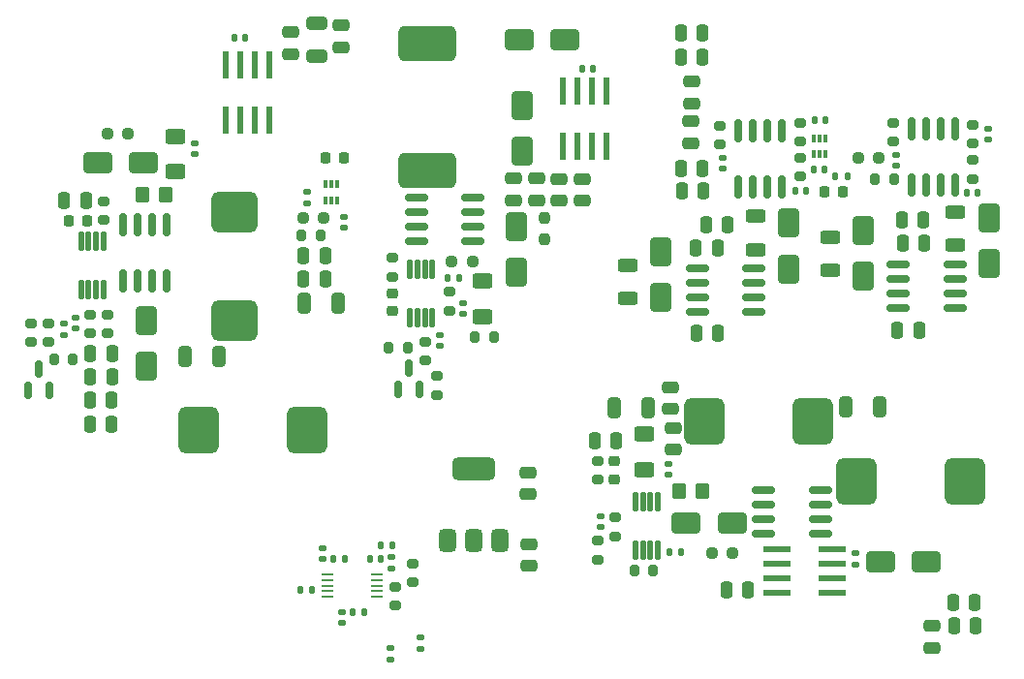
<source format=gtp>
G04 #@! TF.GenerationSoftware,KiCad,Pcbnew,9.0.3-9.0.3-0~ubuntu24.04.1*
G04 #@! TF.CreationDate,2025-08-16T17:29:32+02:00*
G04 #@! TF.ProjectId,acoustic-piezodriver-board,61636f75-7374-4696-932d-7069657a6f64,rev?*
G04 #@! TF.SameCoordinates,Original*
G04 #@! TF.FileFunction,Paste,Top*
G04 #@! TF.FilePolarity,Positive*
%FSLAX46Y46*%
G04 Gerber Fmt 4.6, Leading zero omitted, Abs format (unit mm)*
G04 Created by KiCad (PCBNEW 9.0.3-9.0.3-0~ubuntu24.04.1) date 2025-08-16 17:29:32*
%MOMM*%
%LPD*%
G01*
G04 APERTURE LIST*
G04 Aperture macros list*
%AMRoundRect*
0 Rectangle with rounded corners*
0 $1 Rounding radius*
0 $2 $3 $4 $5 $6 $7 $8 $9 X,Y pos of 4 corners*
0 Add a 4 corners polygon primitive as box body*
4,1,4,$2,$3,$4,$5,$6,$7,$8,$9,$2,$3,0*
0 Add four circle primitives for the rounded corners*
1,1,$1+$1,$2,$3*
1,1,$1+$1,$4,$5*
1,1,$1+$1,$6,$7*
1,1,$1+$1,$8,$9*
0 Add four rect primitives between the rounded corners*
20,1,$1+$1,$2,$3,$4,$5,0*
20,1,$1+$1,$4,$5,$6,$7,0*
20,1,$1+$1,$6,$7,$8,$9,0*
20,1,$1+$1,$8,$9,$2,$3,0*%
G04 Aperture macros list end*
%ADD10RoundRect,0.200000X0.275000X-0.200000X0.275000X0.200000X-0.275000X0.200000X-0.275000X-0.200000X0*%
%ADD11RoundRect,0.250000X0.475000X-0.250000X0.475000X0.250000X-0.475000X0.250000X-0.475000X-0.250000X0*%
%ADD12RoundRect,0.225000X0.225000X0.250000X-0.225000X0.250000X-0.225000X-0.250000X0.225000X-0.250000X0*%
%ADD13RoundRect,0.140000X-0.170000X0.140000X-0.170000X-0.140000X0.170000X-0.140000X0.170000X0.140000X0*%
%ADD14RoundRect,0.237500X-0.250000X-0.237500X0.250000X-0.237500X0.250000X0.237500X-0.250000X0.237500X0*%
%ADD15RoundRect,0.140000X0.170000X-0.140000X0.170000X0.140000X-0.170000X0.140000X-0.170000X-0.140000X0*%
%ADD16RoundRect,0.135000X-0.185000X0.135000X-0.185000X-0.135000X0.185000X-0.135000X0.185000X0.135000X0*%
%ADD17RoundRect,0.125000X-0.125000X0.687500X-0.125000X-0.687500X0.125000X-0.687500X0.125000X0.687500X0*%
%ADD18RoundRect,0.250000X0.650000X-1.000000X0.650000X1.000000X-0.650000X1.000000X-0.650000X-1.000000X0*%
%ADD19RoundRect,0.237500X0.250000X0.237500X-0.250000X0.237500X-0.250000X-0.237500X0.250000X-0.237500X0*%
%ADD20RoundRect,0.140000X-0.140000X-0.170000X0.140000X-0.170000X0.140000X0.170000X-0.140000X0.170000X0*%
%ADD21RoundRect,0.250000X0.250000X0.475000X-0.250000X0.475000X-0.250000X-0.475000X0.250000X-0.475000X0*%
%ADD22RoundRect,0.135000X0.135000X0.185000X-0.135000X0.185000X-0.135000X-0.185000X0.135000X-0.185000X0*%
%ADD23RoundRect,0.200000X-0.275000X0.200000X-0.275000X-0.200000X0.275000X-0.200000X0.275000X0.200000X0*%
%ADD24RoundRect,0.218750X-0.218750X-0.256250X0.218750X-0.256250X0.218750X0.256250X-0.218750X0.256250X0*%
%ADD25RoundRect,0.150000X0.150000X-0.825000X0.150000X0.825000X-0.150000X0.825000X-0.150000X-0.825000X0*%
%ADD26RoundRect,0.250000X-0.250000X-0.475000X0.250000X-0.475000X0.250000X0.475000X-0.250000X0.475000X0*%
%ADD27RoundRect,0.250000X-1.000000X-0.650000X1.000000X-0.650000X1.000000X0.650000X-1.000000X0.650000X0*%
%ADD28R,1.100000X0.250000*%
%ADD29RoundRect,0.140000X0.140000X0.170000X-0.140000X0.170000X-0.140000X-0.170000X0.140000X-0.170000X0*%
%ADD30RoundRect,0.250000X0.625000X-0.400000X0.625000X0.400000X-0.625000X0.400000X-0.625000X-0.400000X0*%
%ADD31RoundRect,0.525000X-1.475000X1.225000X-1.475000X-1.225000X1.475000X-1.225000X1.475000X1.225000X0*%
%ADD32R,2.469157X0.622132*%
%ADD33RoundRect,0.087500X-0.087500X0.250000X-0.087500X-0.250000X0.087500X-0.250000X0.087500X0.250000X0*%
%ADD34RoundRect,0.250000X0.325000X0.650000X-0.325000X0.650000X-0.325000X-0.650000X0.325000X-0.650000X0*%
%ADD35RoundRect,0.250000X-0.475000X0.250000X-0.475000X-0.250000X0.475000X-0.250000X0.475000X0.250000X0*%
%ADD36RoundRect,0.525000X-1.225000X-1.475000X1.225000X-1.475000X1.225000X1.475000X-1.225000X1.475000X0*%
%ADD37RoundRect,0.237500X0.237500X-0.250000X0.237500X0.250000X-0.237500X0.250000X-0.237500X-0.250000X0*%
%ADD38RoundRect,0.200000X0.200000X0.275000X-0.200000X0.275000X-0.200000X-0.275000X0.200000X-0.275000X0*%
%ADD39RoundRect,0.250000X1.000000X0.650000X-1.000000X0.650000X-1.000000X-0.650000X1.000000X-0.650000X0*%
%ADD40RoundRect,0.150000X-0.150000X0.825000X-0.150000X-0.825000X0.150000X-0.825000X0.150000X0.825000X0*%
%ADD41RoundRect,0.250000X-0.325000X-0.650000X0.325000X-0.650000X0.325000X0.650000X-0.325000X0.650000X0*%
%ADD42RoundRect,0.150000X0.825000X0.150000X-0.825000X0.150000X-0.825000X-0.150000X0.825000X-0.150000X0*%
%ADD43RoundRect,0.465000X-2.035000X1.085000X-2.035000X-1.085000X2.035000X-1.085000X2.035000X1.085000X0*%
%ADD44RoundRect,0.250000X-0.350000X-0.450000X0.350000X-0.450000X0.350000X0.450000X-0.350000X0.450000X0*%
%ADD45RoundRect,0.250000X0.625000X-0.312500X0.625000X0.312500X-0.625000X0.312500X-0.625000X-0.312500X0*%
%ADD46R,0.622132X2.469157*%
%ADD47RoundRect,0.150000X-0.825000X-0.150000X0.825000X-0.150000X0.825000X0.150000X-0.825000X0.150000X0*%
%ADD48RoundRect,0.375000X0.375000X-0.625000X0.375000X0.625000X-0.375000X0.625000X-0.375000X-0.625000X0*%
%ADD49RoundRect,0.500000X1.400000X-0.500000X1.400000X0.500000X-1.400000X0.500000X-1.400000X-0.500000X0*%
%ADD50RoundRect,0.150000X0.150000X-0.587500X0.150000X0.587500X-0.150000X0.587500X-0.150000X-0.587500X0*%
%ADD51RoundRect,0.250000X-0.625000X0.312500X-0.625000X-0.312500X0.625000X-0.312500X0.625000X0.312500X0*%
%ADD52RoundRect,0.200000X-0.200000X-0.275000X0.200000X-0.275000X0.200000X0.275000X-0.200000X0.275000X0*%
%ADD53RoundRect,0.250000X0.650000X-0.325000X0.650000X0.325000X-0.650000X0.325000X-0.650000X-0.325000X0*%
%ADD54RoundRect,0.250000X-0.625000X0.400000X-0.625000X-0.400000X0.625000X-0.400000X0.625000X0.400000X0*%
%ADD55RoundRect,0.218750X0.218750X0.256250X-0.218750X0.256250X-0.218750X-0.256250X0.218750X-0.256250X0*%
%ADD56RoundRect,0.225000X-0.250000X0.225000X-0.250000X-0.225000X0.250000X-0.225000X0.250000X0.225000X0*%
%ADD57RoundRect,0.225000X0.250000X-0.225000X0.250000X0.225000X-0.250000X0.225000X-0.250000X-0.225000X0*%
G04 APERTURE END LIST*
D10*
X96830000Y-128075000D03*
X96830000Y-126425000D03*
D11*
X103425000Y-93725000D03*
X103425000Y-91825000D03*
D12*
X50625000Y-100475000D03*
X49075000Y-100475000D03*
D13*
X117815000Y-129575000D03*
X117815000Y-130535000D03*
D14*
X82517500Y-104070000D03*
X84342500Y-104070000D03*
D15*
X71276500Y-130095000D03*
X71276500Y-129135000D03*
D16*
X77140000Y-137850000D03*
X77140000Y-138870000D03*
D10*
X81225000Y-115725000D03*
X81225000Y-114075000D03*
D17*
X80825000Y-104712500D03*
X80175000Y-104712500D03*
X79525000Y-104712500D03*
X78875000Y-104712500D03*
X78875000Y-108937500D03*
X79525000Y-108937500D03*
X80175000Y-108937500D03*
X80825000Y-108937500D03*
D18*
X111975000Y-104700000D03*
X111975000Y-100700000D03*
D19*
X119877500Y-95045000D03*
X118052500Y-95045000D03*
D15*
X106225000Y-95970000D03*
X106225000Y-95010000D03*
D20*
X93940000Y-87200000D03*
X94900000Y-87200000D03*
D16*
X77276500Y-129905000D03*
X77276500Y-130925000D03*
D21*
X105810000Y-110300000D03*
X103910000Y-110300000D03*
D14*
X69512500Y-100250000D03*
X71337500Y-100250000D03*
D22*
X77336500Y-128865000D03*
X76316500Y-128865000D03*
D23*
X52125000Y-98800000D03*
X52125000Y-100450000D03*
D11*
X101660000Y-116950000D03*
X101660000Y-115050000D03*
D18*
X55800000Y-113200000D03*
X55800000Y-109200000D03*
D23*
X112995000Y-91925000D03*
X112995000Y-93575000D03*
D20*
X101580000Y-129430000D03*
X102540000Y-129430000D03*
D23*
X79101500Y-130465000D03*
X79101500Y-132115000D03*
D24*
X115112500Y-98000000D03*
X116687500Y-98000000D03*
D25*
X122710000Y-97375000D03*
X123980000Y-97375000D03*
X125250000Y-97375000D03*
X126520000Y-97375000D03*
X126520000Y-92425000D03*
X125250000Y-92425000D03*
X123980000Y-92425000D03*
X122710000Y-92425000D03*
D26*
X121850000Y-100440000D03*
X123750000Y-100440000D03*
D27*
X51600000Y-95387500D03*
X55600000Y-95387500D03*
D28*
X76001500Y-133390000D03*
X76001500Y-132890000D03*
X76001500Y-132390000D03*
X76001500Y-131890000D03*
X76001500Y-131390000D03*
X71701500Y-131390000D03*
X71701500Y-131890000D03*
X71701500Y-132390000D03*
X71701500Y-132890000D03*
X71701500Y-133390000D03*
D29*
X113480000Y-97900000D03*
X112520000Y-97900000D03*
D10*
X80200000Y-112700000D03*
X80200000Y-111050000D03*
D26*
X126400000Y-135910000D03*
X128300000Y-135910000D03*
D30*
X99360000Y-122270000D03*
X99360000Y-119170000D03*
D17*
X52075000Y-102312500D03*
X51425000Y-102312500D03*
X50775000Y-102312500D03*
X50125000Y-102312500D03*
X50125000Y-106537500D03*
X50775000Y-106537500D03*
X51425000Y-106537500D03*
X52075000Y-106537500D03*
D31*
X63555000Y-99720000D03*
X63555000Y-109220000D03*
D32*
X110986401Y-129225000D03*
X110986401Y-130495000D03*
X110986401Y-131765000D03*
X110986401Y-133035000D03*
X115813599Y-133035000D03*
X115813599Y-131765000D03*
X115813599Y-130495000D03*
X115813599Y-129225000D03*
D21*
X104450000Y-84100000D03*
X102550000Y-84100000D03*
D29*
X83140000Y-105500000D03*
X82180000Y-105500000D03*
D33*
X72520000Y-97297500D03*
X72020000Y-97297500D03*
X71520000Y-97297500D03*
X71520000Y-98722500D03*
X72020000Y-98722500D03*
X72520000Y-98722500D03*
D14*
X52400000Y-92862500D03*
X54225000Y-92862500D03*
D22*
X74840000Y-134730000D03*
X73820000Y-134730000D03*
D13*
X72920000Y-134670000D03*
X72920000Y-135630000D03*
D15*
X60100000Y-94655000D03*
X60100000Y-93695000D03*
D34*
X99705000Y-116870000D03*
X96755000Y-116870000D03*
D29*
X115170000Y-91700000D03*
X114210000Y-91700000D03*
D26*
X103840000Y-102840000D03*
X105740000Y-102840000D03*
D34*
X62200000Y-112350000D03*
X59250000Y-112350000D03*
D15*
X83540000Y-108650000D03*
X83540000Y-107690000D03*
D35*
X103492948Y-88342676D03*
X103492948Y-90242676D03*
D13*
X129385000Y-92470000D03*
X129385000Y-93430000D03*
D36*
X104605000Y-118045000D03*
X114105000Y-118045000D03*
D37*
X90665000Y-102097500D03*
X90665000Y-100272500D03*
D26*
X69555000Y-103555000D03*
X71455000Y-103555000D03*
D38*
X49400000Y-112650000D03*
X47750000Y-112650000D03*
D13*
X73110000Y-100150000D03*
X73110000Y-101110000D03*
D27*
X120000000Y-130300000D03*
X124000000Y-130300000D03*
D16*
X79820000Y-136950000D03*
X79820000Y-137970000D03*
D36*
X60400000Y-118825000D03*
X69900000Y-118825000D03*
D10*
X77330000Y-105415000D03*
X77330000Y-103765000D03*
D22*
X73211500Y-130040000D03*
X72191500Y-130040000D03*
D39*
X92400000Y-84700000D03*
X88400000Y-84700000D03*
D35*
X101870000Y-118620000D03*
X101870000Y-120520000D03*
D10*
X121100000Y-93575000D03*
X121100000Y-91925000D03*
D11*
X72850000Y-85325000D03*
X72850000Y-83425000D03*
D29*
X128500000Y-98050000D03*
X127540000Y-98050000D03*
D26*
X69555000Y-105555000D03*
X71455000Y-105555000D03*
D11*
X68450000Y-85925000D03*
X68450000Y-84025000D03*
D26*
X121940000Y-102420000D03*
X123840000Y-102420000D03*
D40*
X57605000Y-100825000D03*
X56335000Y-100825000D03*
X55065000Y-100825000D03*
X53795000Y-100825000D03*
X53795000Y-105775000D03*
X55065000Y-105775000D03*
X56335000Y-105775000D03*
X57605000Y-105775000D03*
D16*
X69850000Y-97965000D03*
X69850000Y-98985000D03*
D23*
X47275000Y-109475000D03*
X47275000Y-111125000D03*
D21*
X52775000Y-118275000D03*
X50875000Y-118275000D03*
D23*
X95246244Y-121495208D03*
X95246244Y-123145208D03*
D10*
X128070000Y-96825000D03*
X128070000Y-95175000D03*
D18*
X129525000Y-104250000D03*
X129525000Y-100250000D03*
D13*
X81450000Y-110470000D03*
X81450000Y-111430000D03*
D38*
X121175000Y-96875000D03*
X119525000Y-96875000D03*
D15*
X101465000Y-122700000D03*
X101465000Y-121740000D03*
D21*
X108410000Y-132800000D03*
X106510000Y-132800000D03*
D14*
X105255000Y-129520000D03*
X107080000Y-129520000D03*
D15*
X121375000Y-95675000D03*
X121375000Y-94715000D03*
D41*
X116940000Y-116775000D03*
X119890000Y-116775000D03*
D42*
X84375000Y-102305000D03*
X84375000Y-101035000D03*
X84375000Y-99765000D03*
X84375000Y-98495000D03*
X79425000Y-98495000D03*
X79425000Y-99765000D03*
X79425000Y-101035000D03*
X79425000Y-102305000D03*
D35*
X87900000Y-96800000D03*
X87900000Y-98700000D03*
D22*
X117085000Y-96625000D03*
X116065000Y-96625000D03*
D30*
X58375000Y-96200000D03*
X58375000Y-93100000D03*
D10*
X52450000Y-110350000D03*
X52450000Y-108700000D03*
D13*
X48600000Y-109520000D03*
X48600000Y-110480000D03*
D43*
X80410000Y-85035000D03*
X80410000Y-96135000D03*
D44*
X55500000Y-98225000D03*
X57500000Y-98225000D03*
D45*
X126500000Y-102637500D03*
X126500000Y-99712500D03*
D27*
X103010000Y-126910000D03*
X107010000Y-126910000D03*
D21*
X123360000Y-110050000D03*
X121460000Y-110050000D03*
D46*
X62735000Y-91682198D03*
X64005000Y-91682198D03*
X65275000Y-91682198D03*
X66545000Y-91682198D03*
X66545000Y-86855000D03*
X65275000Y-86855000D03*
X64005000Y-86855000D03*
X62735000Y-86855000D03*
D20*
X63545000Y-84500000D03*
X64505000Y-84500000D03*
D10*
X105915000Y-93820000D03*
X105915000Y-92170000D03*
D47*
X121550000Y-104300000D03*
X121550000Y-105570000D03*
X121550000Y-106840000D03*
X121550000Y-108110000D03*
X126500000Y-108110000D03*
X126500000Y-106840000D03*
X126500000Y-105570000D03*
X126500000Y-104300000D03*
D35*
X89290000Y-128780000D03*
X89290000Y-130680000D03*
D18*
X88700000Y-94400000D03*
X88700000Y-90400000D03*
D48*
X82166250Y-128460000D03*
X84466250Y-128460000D03*
D49*
X84466250Y-122160000D03*
D48*
X86766250Y-128460000D03*
D23*
X77596500Y-132495000D03*
X77596500Y-134145000D03*
D10*
X82340000Y-108355000D03*
X82340000Y-106705000D03*
D50*
X45475000Y-115325000D03*
X47375000Y-115325000D03*
X46425000Y-113450000D03*
D51*
X97875000Y-104375000D03*
X97875000Y-107300000D03*
X109075000Y-100087500D03*
X109075000Y-103012500D03*
D26*
X95026244Y-119712708D03*
X96926244Y-119712708D03*
D10*
X112965000Y-96635000D03*
X112965000Y-94985000D03*
D21*
X104450000Y-95900000D03*
X102550000Y-95900000D03*
D44*
X102400000Y-124160000D03*
X104400000Y-124160000D03*
D29*
X70276500Y-132765000D03*
X69316500Y-132765000D03*
D38*
X71050000Y-101750000D03*
X69400000Y-101750000D03*
D21*
X104450000Y-86200000D03*
X102550000Y-86200000D03*
D17*
X100545000Y-125037500D03*
X99895000Y-125037500D03*
X99245000Y-125037500D03*
X98595000Y-125037500D03*
X98595000Y-129262500D03*
X99245000Y-129262500D03*
X99895000Y-129262500D03*
X100545000Y-129262500D03*
D18*
X118460000Y-105340000D03*
X118460000Y-101340000D03*
D13*
X49630000Y-108940000D03*
X49630000Y-109900000D03*
D52*
X98475000Y-131080000D03*
X100125000Y-131080000D03*
X77030000Y-111570000D03*
X78680000Y-111570000D03*
D23*
X50875000Y-108700000D03*
X50875000Y-110350000D03*
D21*
X52800000Y-116200000D03*
X50900000Y-116200000D03*
D50*
X77845000Y-115267500D03*
X79745000Y-115267500D03*
X78795000Y-113392500D03*
D21*
X104550000Y-97900000D03*
X102650000Y-97900000D03*
D29*
X76331500Y-130040000D03*
X75371500Y-130040000D03*
D35*
X91900000Y-96825000D03*
X91900000Y-98725000D03*
D47*
X103970000Y-104650000D03*
X103970000Y-105920000D03*
X103970000Y-107190000D03*
X103970000Y-108460000D03*
X108920000Y-108460000D03*
X108920000Y-107190000D03*
X108920000Y-105920000D03*
X108920000Y-104650000D03*
D26*
X104750000Y-100830000D03*
X106650000Y-100830000D03*
D51*
X115580000Y-101927500D03*
X115580000Y-104852500D03*
D11*
X89213750Y-124380000D03*
X89213750Y-122480000D03*
D10*
X128075000Y-93775000D03*
X128075000Y-92125000D03*
D36*
X117905000Y-123265000D03*
X127405000Y-123265000D03*
D41*
X69630000Y-107705000D03*
X72580000Y-107705000D03*
D53*
X70700000Y-86150000D03*
X70700000Y-83200000D03*
D21*
X52825000Y-114150000D03*
X50925000Y-114150000D03*
D35*
X89930000Y-96795000D03*
X89930000Y-98695000D03*
D26*
X126360000Y-133850000D03*
X128260000Y-133850000D03*
D10*
X45725000Y-111125000D03*
X45725000Y-109475000D03*
D46*
X92195000Y-93997010D03*
X93465000Y-93997010D03*
X94735000Y-93997010D03*
X96005000Y-93997010D03*
X96005000Y-89169812D03*
X94735000Y-89169812D03*
X93465000Y-89169812D03*
X92195000Y-89169812D03*
D54*
X85210000Y-105780000D03*
X85210000Y-108880000D03*
D33*
X115175000Y-93275000D03*
X114675000Y-93275000D03*
X114175000Y-93275000D03*
X114175000Y-94700000D03*
X114675000Y-94700000D03*
X115175000Y-94700000D03*
D55*
X73060000Y-94970000D03*
X71485000Y-94970000D03*
D35*
X124460000Y-135920000D03*
X124460000Y-137820000D03*
D21*
X50550000Y-98700000D03*
X48650000Y-98700000D03*
D15*
X95530000Y-127300000D03*
X95530000Y-126340000D03*
D18*
X100775000Y-107175000D03*
X100775000Y-103175000D03*
D56*
X77310000Y-106825000D03*
X77310000Y-108375000D03*
D20*
X114170000Y-96050000D03*
X115130000Y-96050000D03*
D35*
X93960000Y-96825000D03*
X93960000Y-98725000D03*
D57*
X96756244Y-123090208D03*
X96756244Y-121540208D03*
D25*
X107585000Y-97570000D03*
X108855000Y-97570000D03*
X110125000Y-97570000D03*
X111395000Y-97570000D03*
X111395000Y-92620000D03*
X110125000Y-92620000D03*
X108855000Y-92620000D03*
X107585000Y-92620000D03*
D38*
X86200000Y-110670000D03*
X84550000Y-110670000D03*
D21*
X52825000Y-112125000D03*
X50925000Y-112125000D03*
D18*
X88140000Y-105035000D03*
X88140000Y-101035000D03*
D10*
X95300000Y-130100000D03*
X95300000Y-128450000D03*
D47*
X109795000Y-124015000D03*
X109795000Y-125285000D03*
X109795000Y-126555000D03*
X109795000Y-127825000D03*
X114745000Y-127825000D03*
X114745000Y-126555000D03*
X114745000Y-125285000D03*
X114745000Y-124015000D03*
M02*

</source>
